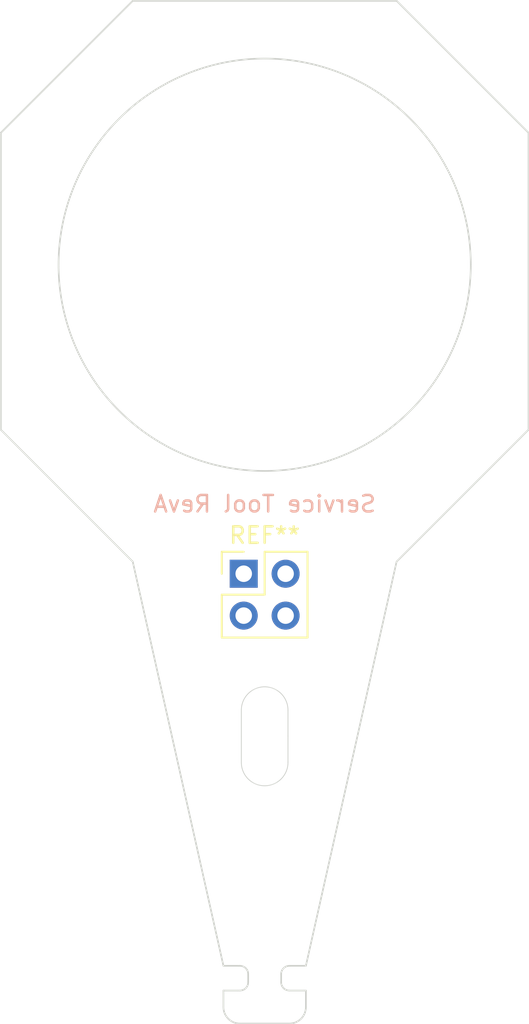
<source format=kicad_pcb>
(kicad_pcb (version 20211014) (generator pcbnew)
  (layers (0 "F.Cu" signal) (31 "B.Cu" signal) (34 "B.Paste" user) (35 "F.Paste" user) (36 "B.SilkS" user "B.Silkscreen") (37 "F.SilkS" user "F.Silkscreen") (38 "B.Mask" user) (39 "F.Mask" user) (44 "Edge.Cuts" user))
  (net 0 "")
  (footprint "Connector_PinHeader_2.54mm:PinHeader_2x02_P2.54mm_Vertical" (layer "F.Cu") (at 98.73 78.73)
    (fp_text reference "REF**" (at 1.27 -2.33) (layer "F.SilkS"))
    (fp_text value "PinHeader_2x02_P2.54mm_Vertical")
    (fp_line (start 1.27 -1.33) (end 3.87 -1.33) (layer "F.SilkS") (width 0.12))
    (fp_line (start 3.87 -1.33) (end 3.87 3.87) (layer "F.SilkS") (width 0.12))
    (fp_line (start -1.33 3.87) (end 3.87 3.87) (layer "F.SilkS") (width 0.12))
    (fp_line (start 1.27 1.27) (end 1.27 -1.33) (layer "F.SilkS") (width 0.12))
    (fp_line (start -1.33 1.27) (end 1.27 1.27) (layer "F.SilkS") (width 0.12))
    (fp_line (start -1.33 1.27) (end -1.33 3.87) (layer "F.SilkS") (width 0.12))
    (fp_line (start -1.33 0) (end -1.33 -1.33) (layer "F.SilkS") (width 0.12))
    (fp_line (start -1.33 -1.33) (end 0 -1.33) (layer "F.SilkS") (width 0.12))
    (pad "1" thru_hole rect (at 0 0) (size 1.7 1.7) (drill 1) (layers *.Cu *.Mask))
    (pad "2" thru_hole oval (at 2.54 0) (size 1.7 1.7) (drill 1) (layers *.Cu *.Mask))
    (pad "3" thru_hole oval (at 0 2.54) (size 1.7 1.7) (drill 1) (layers *.Cu *.Mask))
    (pad "4" thru_hole oval (at 2.54 2.54) (size 1.7 1.7) (drill 1) (layers *.Cu *.Mask))
  )
  (gr_line (start 98.585786 88.585786) (end 98.585786 87) (layer "Edge.Cuts") (width 0.05))
  (gr_line (start 101.5 102.5) (end 102.5 102.5) (layer "Edge.Cuts") (width 0.1))
  (gr_line (start 116 70) (end 116 52) (layer "Edge.Cuts") (width 0.1))
  (gr_arc (start 98.5 106) (mid 97.792893 105.707107) (end 97.5 105) (layer "Edge.Cuts") (width 0.1))
  (gr_line (start 108 78) (end 102.5 102.5) (layer "Edge.Cuts") (width 0.1))
  (gr_line (start 101.5 104) (end 102.5 104) (layer "Edge.Cuts") (width 0.1))
  (gr_line (start 108 44) (end 116 52) (layer "Edge.Cuts") (width 0.1))
  (gr_line (start 98.5 106) (end 101.5 106) (layer "Edge.Cuts") (width 0.1))
  (gr_line (start 102.5 105) (end 102.5 104) (layer "Edge.Cuts") (width 0.1))
  (gr_arc (start 101.414222 90.171572) (mid 100.000004 91.58579) (end 98.585786 90.171572) (layer "Edge.Cuts") (width 0.05))
  (gr_arc (start 102.5 105) (mid 102.207107 105.707107) (end 101.5 106) (layer "Edge.Cuts") (width 0.1))
  (gr_line (start 92 78) (end 84 70) (layer "Edge.Cuts") (width 0.1))
  (gr_line (start 101.414222 88.585786) (end 101.414222 90.171572) (layer "Edge.Cuts") (width 0.05))
  (gr_line (start 98.5 102.5) (end 97.5 102.5) (layer "Edge.Cuts") (width 0.1))
  (gr_line (start 97.5 104) (end 97.5 105) (layer "Edge.Cuts") (width 0.1))
  (gr_line (start 116 70) (end 108 78) (layer "Edge.Cuts") (width 0.1))
  (gr_arc (start 99 103.5) (mid 98.853553 103.853553) (end 98.5 104) (layer "Edge.Cuts") (width 0.1))
  (gr_line (start 98.585786 88.585786) (end 98.585786 90.171572) (layer "Edge.Cuts") (width 0.05))
  (gr_line (start 92 44) (end 84 52) (layer "Edge.Cuts") (width 0.1))
  (gr_line (start 108 44) (end 92 44) (layer "Edge.Cuts") (width 0.1))
  (gr_arc (start 98.5 102.5) (mid 98.853553 102.646447) (end 99 103) (layer "Edge.Cuts") (width 0.1))
  (gr_line (start 101.414222 88.585786) (end 101.414222 87) (layer "Edge.Cuts") (width 0.05))
  (gr_line (start 99 103) (end 99 103.5) (layer "Edge.Cuts") (width 0.1))
  (gr_arc (start 98.585786 87) (mid 100.000004 85.585782) (end 101.414222 87) (layer "Edge.Cuts") (width 0.05))
  (gr_line (start 92 78) (end 97.5 102.5) (layer "Edge.Cuts") (width 0.1))
  (gr_arc (start 101 103) (mid 101.146447 102.646447) (end 101.5 102.5) (layer "Edge.Cuts") (width 0.1))
  (gr_circle (center 100 60) (end 100 72.5) (layer "Edge.Cuts") (width 0.1) (fill none))
  (gr_line (start 101 103.5) (end 101 103) (layer "Edge.Cuts") (width 0.1))
  (gr_arc (start 101.5 104) (mid 101.146447 103.853553) (end 101 103.5) (layer "Edge.Cuts") (width 0.1))
  (gr_line (start 84 70) (end 84 52) (layer "Edge.Cuts") (width 0.1))
  (gr_line (start 98.5 104) (end 97.5 104) (layer "Edge.Cuts") (width 0.1))
  (gr_text "Service Tool RevA" (at 100 74.5) (layer "B.SilkS") (effects (font (size 1 1)) (justify mirror)))
)
</source>
